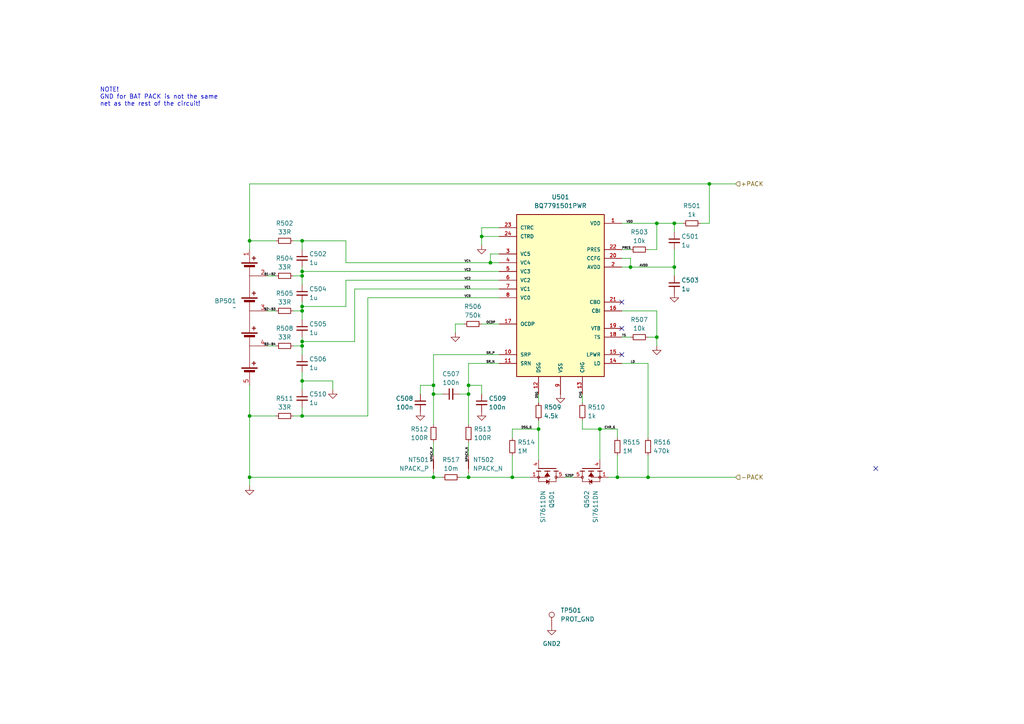
<source format=kicad_sch>
(kicad_sch (version 20231120) (generator "eeschema") (generator_version "8.0")
  (paper "A4")
  (title_block (title "Battery Pack Board") (date "2024-09-21") (rev "1.0") (company "WM"))
  (lib_symbols
    (symbol "BQ7791501PWR:BQ7791501PWR" (pin_names (offset 1.016))
      (property "Reference" "U" (at -12.7 31.48 0))
      (property "Value" "BQ7791501PWR" (at 13.716 -18.542 0))
      (symbol "BQ7791501PWR_0_0"
        (rectangle (start -12.7 30.48) (end 12.7 -16.51) (stroke (width 0.254)) (fill (type background)))
        (pin power_in line (at 17.78 27.94 180) (length 5.08) (name "VDD") (number "1"))
        (pin input line (at -17.78 -10.16 0) (length 5.08) (name "SRP") (number "10"))
        (pin input line (at -17.78 -12.7 0) (length 5.08) (name "SRN") (number "11"))
        (pin output line (at -6.35 -21.59 90) (length 5.08) (name "DSG") (number "12"))
        (pin output line (at 6.35 -21.59 90) (length 5.08) (name "CHG") (number "13"))
        (pin input line (at 17.78 -12.7 180) (length 5.08) (name "LD") (number "14"))
        (pin output line (at 17.78 -10.16 180) (length 5.08) (name "LPWR") (number "15"))
        (pin input line (at 17.78 2.54 180) (length 5.08) (name "CBI") (number "16"))
        (pin input line (at -17.78 -1.27 0) (length 5.08) (name "OCDP") (number "17"))
        (pin input line (at 17.78 -5.08 180) (length 5.08) (name "TS") (number "18"))
        (pin output line (at 17.78 -2.54 180) (length 5.08) (name "VTB") (number "19"))
        (pin output line (at 17.78 15.24 180) (length 5.08) (name "AVDD") (number "2"))
        (pin input line (at 17.78 17.78 180) (length 5.08) (name "CCFG") (number "20"))
        (pin output line (at 17.78 5.08 180) (length 5.08) (name "CBO") (number "21"))
        (pin input line (at 17.78 20.32 180) (length 5.08) (name "PRES") (number "22"))
        (pin input line (at -17.78 26.67 0) (length 5.08) (name "CTRC") (number "23"))
        (pin input line (at -17.78 24.13 0) (length 5.08) (name "CTRD") (number "24"))
        (pin input line (at -17.78 19.05 0) (length 5.08) (name "VC5") (number "3"))
        (pin input line (at -17.78 16.51 0) (length 5.08) (name "VC4") (number "4"))
        (pin input line (at -17.78 13.97 0) (length 5.08) (name "VC3") (number "5"))
        (pin input line (at -17.78 11.43 0) (length 5.08) (name "VC2") (number "6"))
        (pin input line (at -17.78 8.89 0) (length 5.08) (name "VC1") (number "7"))
        (pin input line (at -17.78 6.35 0) (length 5.08) (name "VC0") (number "8"))
        (pin power_in line (at 0 -21.59 90) (length 5.08) (name "VSS") (number "9"))
      )
    )
    (symbol "BatPack_4S:BatPack_4S"
      (property "Reference" "BP" (at 6.35 3.556 0))
      (symbol "BatPack_4S_0_1"
        (rectangle (start -2.3121 -24.0819) (end 2.2599 -24.3359) (fill (type outline)))
        (rectangle (start -2.3121 -13.9219) (end 2.2599 -14.1759) (fill (type outline)))
        (rectangle (start -2.3121 -3.7619) (end 2.2599 -4.0159) (fill (type outline)))
        (rectangle (start -2.3121 6.3981) (end 2.2599 6.1441) (fill (type outline)))
        (rectangle (start -1.5501 -24.8439) (end 1.4979 -25.3519) (fill (type outline)))
        (rectangle (start -1.5501 -14.6839) (end 1.4979 -15.1919) (fill (type outline)))
        (rectangle (start -1.5501 -4.5239) (end 1.4979 -5.0319) (fill (type outline)))
        (rectangle (start -1.5501 5.6361) (end 1.4979 5.1281) (fill (type outline)))
        (polyline (pts (xy 0 -25.4) (xy 0 -26.67)))
        (polyline (pts (xy 0 5.08) (xy 0 5.08)))
        (polyline (pts (xy 0 7.62) (xy 0 6.35)))
        (polyline (pts (xy 0.7359 -22.8119) (xy 1.7519 -22.8119)) (stroke (width 0.254)))
        (polyline (pts (xy 0.7359 -12.6519) (xy 1.7519 -12.6519)) (stroke (width 0.254)))
        (polyline (pts (xy 0.7359 -2.4919) (xy 1.7519 -2.4919)) (stroke (width 0.254)))
        (polyline (pts (xy 0.7359 7.6681) (xy 1.7519 7.6681)) (stroke (width 0.254)))
        (polyline (pts (xy 1.2439 -22.3039) (xy 1.2439 -23.3199)) (stroke (width 0.254)))
        (polyline (pts (xy 1.2439 -12.1439) (xy 1.2439 -13.1599)) (stroke (width 0.254)))
        (polyline (pts (xy 1.2439 -1.9839) (xy 1.2439 -2.9999)) (stroke (width 0.254)))
        (polyline (pts (xy 1.2439 8.1761) (xy 1.2439 7.1601)) (stroke (width 0.254)))
        (polyline (pts (xy 0 -15.24) (xy 0 -24.13) (xy 0 -17.78) (xy 2.54 -17.78)))
        (polyline (pts (xy 0 -5.08) (xy 0 -13.97) (xy 0 -7.62) (xy 2.54 -7.62)))
        (polyline (pts (xy 0 5.08) (xy 0 -3.81) (xy 0 2.54) (xy 2.54 2.54)))
      )
      (symbol "BatPack_4S_1_1"
        (pin input line (at 0 10.16 270) (length 2.54) (name "") (number "1"))
        (pin input line (at 5.08 2.54 180) (length 2.54) (name "") (number "2"))
        (pin input line (at 5.08 -7.62 180) (length 2.54) (name "") (number "3"))
        (pin input line (at 5.08 -17.78 180) (length 2.54) (name "") (number "4"))
        (pin input line (at 0 -29.21 90) (length 2.54) (name "") (number "5"))
      )
    )
    (symbol "Connector:TestPoint" (pin_numbers hide) (pin_names (offset 0.762) hide)
      (property "Reference" "TP" (at 0 6.858 0))
      (property "Value" "TestPoint" (at 0 5.08 0))
      (symbol "TestPoint_0_1"
        (circle (center 0 3.302) (radius 0.762))
      )
      (symbol "TestPoint_1_1"
        (pin passive line (at 0 0 90) (length 2.54) (name "1") (number "1"))
      )
    )
    (symbol "Device:C_Small" (pin_numbers hide) (pin_names (offset 0.254) hide)
      (property "Reference" "C" (at 0.254 1.778 0))
      (property "Value" "C_Small" (at 0.254 -2.032 0))
      (symbol "C_Small_0_1"
        (polyline (pts (xy -1.524 -0.508) (xy 1.524 -0.508)) (stroke (width 0.3302)))
        (polyline (pts (xy -1.524 0.508) (xy 1.524 0.508)) (stroke (width 0.3048)))
      )
      (symbol "C_Small_1_1"
        (pin passive line (at 0 2.54 270) (length 2.032) (name "~") (number "1"))
        (pin passive line (at 0 -2.54 90) (length 2.032) (name "~") (number "2"))
      )
    )
    (symbol "Device:NetTie_2" (pin_numbers hide) (pin_names (offset 0) hide) (in_bom no)
      (property "Reference" "NT" (at 0 1.27 0))
      (property "Value" "NetTie_2" (at 0 -1.27 0))
      (symbol "NetTie_2_0_1"
        (polyline (pts (xy -1.27 0) (xy 1.27 0)) (stroke (width 0.254)))
      )
      (symbol "NetTie_2_1_1"
        (pin passive line (at -2.54 0 0) (length 2.54) (name "1") (number "1"))
        (pin passive line (at 2.54 0 180) (length 2.54) (name "2") (number "2"))
      )
    )
    (symbol "Device:R_Small" (pin_numbers hide) (pin_names (offset 0.254) hide)
      (property "Reference" "R" (at 0.762 0.508 0))
      (property "Value" "R_Small" (at 0.762 -1.016 0))
      (symbol "R_Small_0_1"
        (rectangle (start -0.762 1.778) (end 0.762 -1.778) (stroke (width 0.2032)))
      )
      (symbol "R_Small_1_1"
        (pin passive line (at 0 2.54 270) (length 0.762) (name "~") (number "1"))
        (pin passive line (at 0 -2.54 90) (length 0.762) (name "~") (number "2"))
      )
    )
    (symbol "SIS412DN-T1-GE3:SI7611DN-T1-GE3" (pin_names (offset 1.016))
      (property "Reference" "Q" (at -1.778 5.588 0))
      (property "Value" "SIS412DN-T1-GE3" (at -8.128 -9.652 0))
      (symbol "SI7611DN-T1-GE3_0_0"
        (polyline (pts (xy 0 -2.54) (xy 0 2.54)) (stroke (width 0.254)))
        (polyline (pts (xy 0.762 -3.175) (xy 0.762 -2.54)) (stroke (width 0.254)))
        (polyline (pts (xy 0.762 -2.54) (xy 0.762 -1.905)) (stroke (width 0.254)))
        (polyline (pts (xy 0.762 -2.54) (xy 3.81 -2.54)) (stroke (width 0.1524)))
        (polyline (pts (xy 0.762 -0.762) (xy 0.762 0)) (stroke (width 0.254)))
        (polyline (pts (xy 0.762 0) (xy 0.762 0.762)) (stroke (width 0.254)))
        (polyline (pts (xy 0.762 0) (xy 2.54 0)) (stroke (width 0.1524)))
        (polyline (pts (xy 0.762 1.905) (xy 0.762 2.54)) (stroke (width 0.254)))
        (polyline (pts (xy 0.762 2.54) (xy 0.762 3.175)) (stroke (width 0.254)))
        (polyline (pts (xy 2.54 0) (xy 2.54 2.54)) (stroke (width 0.1524)))
        (polyline (pts (xy 2.54 2.54) (xy 0.762 2.54)) (stroke (width 0.1524)))
        (polyline (pts (xy 2.54 2.54) (xy 3.81 2.54)) (stroke (width 0.1524)))
        (polyline (pts (xy 3.048 -0.762) (xy 3.302 -0.508)) (stroke (width 0.1524)))
        (polyline (pts (xy 3.302 -0.508) (xy 3.81 -0.508)) (stroke (width 0.1524)))
        (polyline (pts (xy 3.81 -2.54) (xy 3.81 0.508)) (stroke (width 0.1524)))
        (polyline (pts (xy 3.81 -0.508) (xy 4.318 -0.508)) (stroke (width 0.1524)))
        (polyline (pts (xy 3.81 0.508) (xy 3.81 2.54)) (stroke (width 0.1524)))
        (polyline (pts (xy 4.318 -0.508) (xy 4.572 -0.254)) (stroke (width 0.1524)))
        (polyline (pts (xy 1.27 0) (xy 2.286 0.762) (xy 2.286 -0.762) (xy 1.27 0)) (stroke (width 0.1524)) (fill (type outline)))
        (polyline (pts (xy 3.81 -0.508) (xy 4.318 0.254) (xy 3.302 0.254) (xy 3.81 -0.508)) (stroke (width 0.1524)) (fill (type outline)))
        (circle (center 2.54 -2.54) (radius 0.3592))
        (circle (center 2.54 2.54) (radius 0.3592))
        (pin passive line (at 2.54 5.08 270) (length 2.54) (name "~") (number "1"))
        (pin passive line (at -2.54 2.54 0) (length 2.54) (name "~") (number "4"))
        (pin passive line (at 2.54 -5.08 90) (length 2.54) (name "~") (number "5"))
      )
      (symbol "SI7611DN-T1-GE3_1_0"
        (pin passive line (at 2.54 5.08 270) (length 2.54) hide (name "~") (number "2"))
        (pin passive line (at 2.54 5.08 270) (length 2.54) hide (name "~") (number "3"))
        (pin passive line (at 2.54 -5.08 90) (length 2.54) hide (name "~") (number "6"))
        (pin passive line (at 2.54 -5.08 90) (length 2.54) hide (name "~") (number "7"))
        (pin passive line (at 2.54 -5.08 90) (length 2.54) hide (name "~") (number "8"))
        (pin passive line (at 2.54 -5.08 90) (length 2.54) hide (name "~") (number "9"))
      )
    )
    (symbol "power:GND2" (power) (pin_numbers hide) (pin_names (offset 0) hide)
      (property "Value" "GND2" (at 0 -3.81 0))
      (symbol "GND2_0_1"
        (polyline (pts (xy 0 0) (xy 0 -1.27) (xy 1.27 -1.27) (xy 0 -2.54) (xy -1.27 -1.27) (xy 0 -1.27)))
      )
      (symbol "GND2_1_1"
        (pin power_in line (at 0 0 270) (length 0) (name "~") (number "1"))
      )
    )
  )
  (junction (at 87.63 78.74))
  (junction (at 125.73 138.43))
  (junction (at 87.63 80.01))
  (junction (at 125.73 114.3))
  (junction (at 187.96 138.43))
  (junction (at 205.74 53.34))
  (junction (at 72.39 138.43))
  (junction (at 87.63 110.49))
  (junction (at 87.63 88.9))
  (junction (at 195.58 64.77))
  (junction (at 135.89 138.43))
  (junction (at 125.73 111.76))
  (junction (at 87.63 90.17))
  (junction (at 87.63 100.33))
  (junction (at 72.39 120.65))
  (junction (at 173.99 124.46))
  (junction (at 156.21 124.46))
  (junction (at 87.63 99.06))
  (junction (at 87.63 69.85))
  (junction (at 195.58 77.47))
  (junction (at 139.7 68.58))
  (junction (at 135.89 111.76))
  (junction (at 182.88 77.47))
  (junction (at 190.5 97.79))
  (junction (at 72.39 69.85))
  (junction (at 135.89 114.3))
  (junction (at 179.07 138.43))
  (junction (at 87.63 120.65))
  (junction (at 190.5 64.77))
  (junction (at 148.59 138.43))
  (junction (at 142.24 76.2))
  (no_connect (at 180.34 95.25))
  (no_connect (at 412.75 105.41))
  (no_connect (at 254 135.89))
  (no_connect (at 180.34 102.87))
  (no_connect (at 180.34 87.63))
  (wire (pts (xy 179.07 138.43) (xy 187.96 138.43)))
  (wire (pts (xy 100.33 81.28) (xy 100.33 88.9)))
  (wire (pts (xy 190.5 64.77) (xy 195.58 64.77)))
  (wire (pts (xy 80.01 69.85) (xy 72.39 69.85)))
  (wire (pts (xy 125.73 114.3) (xy 125.73 123.19)))
  (wire (pts (xy 180.34 105.41) (xy 187.96 105.41)))
  (wire (pts (xy 187.96 97.79) (xy 190.5 97.79)))
  (wire (pts (xy 205.74 64.77) (xy 203.2 64.77)))
  (wire (pts (xy 144.78 83.82) (xy 102.87 83.82)))
  (wire (pts (xy 163.83 138.43) (xy 166.37 138.43)))
  (wire (pts (xy 148.59 124.46) (xy 156.21 124.46)))
  (wire (pts (xy 135.89 138.43) (xy 148.59 138.43)))
  (wire (pts (xy 72.39 111.76) (xy 72.39 120.65)))
  (wire (pts (xy 96.52 113.03) (xy 96.52 110.49)))
  (wire (pts (xy 72.39 53.34) (xy 72.39 69.85)))
  (wire (pts (xy 106.68 120.65) (xy 87.63 120.65)))
  (wire (pts (xy 142.24 76.2) (xy 144.78 76.2)))
  (wire (pts (xy 87.63 69.85) (xy 87.63 72.39)))
  (wire (pts (xy 168.91 124.46) (xy 173.99 124.46)))
  (wire (pts (xy 205.74 53.34) (xy 213.36 53.34)))
  (wire (pts (xy 179.07 132.08) (xy 179.07 138.43)))
  (wire (pts (xy 168.91 124.46) (xy 168.91 121.92)))
  (wire (pts (xy 87.63 78.74) (xy 144.78 78.74)))
  (wire (pts (xy 139.7 68.58) (xy 144.78 68.58)))
  (wire (pts (xy 87.63 107.95) (xy 87.63 110.49)))
  (wire (pts (xy 125.73 111.76) (xy 125.73 114.3)))
  (wire (pts (xy 180.34 90.17) (xy 190.5 90.17)))
  (wire (pts (xy 148.59 138.43) (xy 153.67 138.43)))
  (wire (pts (xy 180.34 74.93) (xy 182.88 74.93)))
  (wire (pts (xy 133.35 114.3) (xy 135.89 114.3)))
  (wire (pts (xy 72.39 120.65) (xy 72.39 138.43)))
  (wire (pts (xy 100.33 69.85) (xy 87.63 69.85)))
  (wire (pts (xy 180.34 77.47) (xy 182.88 77.47)))
  (wire (pts (xy 135.89 137.16) (xy 135.89 138.43)))
  (wire (pts (xy 148.59 127) (xy 148.59 124.46)))
  (wire (pts (xy 135.89 111.76) (xy 139.7 111.76)))
  (wire (pts (xy 125.73 128.27) (xy 125.73 132.08)))
  (wire (pts (xy 132.08 96.52) (xy 132.08 93.98)))
  (wire (pts (xy 72.39 69.85) (xy 72.39 72.39)))
  (wire (pts (xy 195.58 64.77) (xy 198.12 64.77)))
  (wire (pts (xy 72.39 120.65) (xy 80.01 120.65)))
  (wire (pts (xy 148.59 132.08) (xy 148.59 138.43)))
  (wire (pts (xy 85.09 90.17) (xy 87.63 90.17)))
  (wire (pts (xy 121.92 114.3) (xy 121.92 111.76)))
  (wire (pts (xy 77.47 80.01) (xy 80.01 80.01)))
  (wire (pts (xy 179.07 127) (xy 179.07 124.46)))
  (wire (pts (xy 72.39 138.43) (xy 125.73 138.43)))
  (wire (pts (xy 135.89 128.27) (xy 135.89 132.08)))
  (wire (pts (xy 156.21 121.92) (xy 156.21 124.46)))
  (wire (pts (xy 195.58 80.01) (xy 195.58 77.47)))
  (wire (pts (xy 180.34 97.79) (xy 182.88 97.79)))
  (wire (pts (xy 87.63 78.74) (xy 87.63 80.01)))
  (wire (pts (xy 125.73 102.87) (xy 125.73 111.76)))
  (wire (pts (xy 135.89 111.76) (xy 135.89 114.3)))
  (wire (pts (xy 87.63 97.79) (xy 87.63 99.06)))
  (wire (pts (xy 187.96 138.43) (xy 213.36 138.43)))
  (wire (pts (xy 87.63 110.49) (xy 87.63 113.03)))
  (wire (pts (xy 132.08 93.98) (xy 134.62 93.98)))
  (wire (pts (xy 156.21 114.3) (xy 156.21 116.84)))
  (wire (pts (xy 72.39 138.43) (xy 72.39 140.97)))
  (wire (pts (xy 180.34 64.77) (xy 190.5 64.77)))
  (wire (pts (xy 144.78 105.41) (xy 135.89 105.41)))
  (wire (pts (xy 187.96 72.39) (xy 190.5 72.39)))
  (wire (pts (xy 87.63 99.06) (xy 102.87 99.06)))
  (wire (pts (xy 102.87 83.82) (xy 102.87 99.06)))
  (wire (pts (xy 190.5 64.77) (xy 190.5 72.39)))
  (wire (pts (xy 87.63 118.11) (xy 87.63 120.65)))
  (wire (pts (xy 142.24 73.66) (xy 142.24 76.2)))
  (wire (pts (xy 173.99 124.46) (xy 179.07 124.46)))
  (wire (pts (xy 173.99 124.46) (xy 173.99 133.35)))
  (wire (pts (xy 87.63 90.17) (xy 87.63 92.71)))
  (wire (pts (xy 87.63 110.49) (xy 96.52 110.49)))
  (wire (pts (xy 144.78 102.87) (xy 125.73 102.87)))
  (wire (pts (xy 121.92 111.76) (xy 125.73 111.76)))
  (wire (pts (xy 125.73 114.3) (xy 128.27 114.3)))
  (wire (pts (xy 87.63 88.9) (xy 100.33 88.9)))
  (wire (pts (xy 182.88 74.93) (xy 182.88 77.47)))
  (wire (pts (xy 139.7 66.04) (xy 139.7 68.58)))
  (wire (pts (xy 100.33 76.2) (xy 100.33 69.85)))
  (wire (pts (xy 190.5 90.17) (xy 190.5 97.79)))
  (wire (pts (xy 139.7 68.58) (xy 139.7 71.12)))
  (wire (pts (xy 205.74 53.34) (xy 205.74 64.77)))
  (wire (pts (xy 176.53 138.43) (xy 179.07 138.43)))
  (wire (pts (xy 72.39 53.34) (xy 205.74 53.34)))
  (wire (pts (xy 139.7 114.3) (xy 139.7 111.76)))
  (wire (pts (xy 85.09 100.33) (xy 87.63 100.33)))
  (wire (pts (xy 168.91 116.84) (xy 168.91 114.3)))
  (wire (pts (xy 125.73 137.16) (xy 125.73 138.43)))
  (wire (pts (xy 144.78 81.28) (xy 100.33 81.28)))
  (wire (pts (xy 187.96 132.08) (xy 187.96 138.43)))
  (wire (pts (xy 190.5 97.79) (xy 190.5 100.33)))
  (wire (pts (xy 135.89 138.43) (xy 133.35 138.43)))
  (wire (pts (xy 85.09 80.01) (xy 87.63 80.01)))
  (wire (pts (xy 144.78 66.04) (xy 139.7 66.04)))
  (wire (pts (xy 87.63 87.63) (xy 87.63 88.9)))
  (wire (pts (xy 77.47 90.17) (xy 80.01 90.17)))
  (wire (pts (xy 195.58 64.77) (xy 195.58 67.31)))
  (wire (pts (xy 85.09 69.85) (xy 87.63 69.85)))
  (wire (pts (xy 139.7 93.98) (xy 144.78 93.98)))
  (wire (pts (xy 142.24 76.2) (xy 100.33 76.2)))
  (wire (pts (xy 125.73 138.43) (xy 128.27 138.43)))
  (wire (pts (xy 195.58 77.47) (xy 182.88 77.47)))
  (wire (pts (xy 87.63 77.47) (xy 87.63 78.74)))
  (wire (pts (xy 195.58 72.39) (xy 195.58 77.47)))
  (wire (pts (xy 77.47 100.33) (xy 80.01 100.33)))
  (wire (pts (xy 156.21 133.35) (xy 156.21 124.46)))
  (wire (pts (xy 106.68 86.36) (xy 106.68 120.65)))
  (wire (pts (xy 135.89 114.3) (xy 135.89 123.19)))
  (wire (pts (xy 87.63 88.9) (xy 87.63 90.17)))
  (wire (pts (xy 135.89 105.41) (xy 135.89 111.76)))
  (wire (pts (xy 144.78 86.36) (xy 106.68 86.36)))
  (wire (pts (xy 87.63 100.33) (xy 87.63 102.87)))
  (wire (pts (xy 180.34 72.39) (xy 182.88 72.39)))
  (wire (pts (xy 87.63 120.65) (xy 85.09 120.65)))
  (wire (pts (xy 187.96 105.41) (xy 187.96 127)))
  (wire (pts (xy 144.78 73.66) (xy 142.24 73.66)))
  (wire (pts (xy 87.63 80.01) (xy 87.63 82.55)))
  (wire (pts (xy 87.63 99.06) (xy 87.63 100.33)))
  (text "NOTE!\nGND for BAT PACK is not the same \nnet as the rest of the circuit!" (at 28.956 28.194 0) (effects (font (size 1.27 1.27)) (justify left)))
  (label "S2SP" (at 163.83 138.43 0) (effects (font (size 0.635 0.635))))
  (label "VC4" (at 134.62 76.2 0) (effects (font (size 0.635 0.635))))
  (label "DSG" (at 156.21 115.57 90) (effects (font (size 0.635 0.635))))
  (label "B3-B4" (at 80.01 100.33 180) (effects (font (size 0.635 0.635))))
  (label "CHR_G" (at 175.26 124.46 0) (effects (font (size 0.635 0.635))))
  (label "SR_P" (at 140.97 102.87 0) (effects (font (size 0.635 0.635))))
  (label "B2-B3" (at 80.01 90.17 180) (effects (font (size 0.635 0.635))))
  (label "B1-B2" (at 80.01 80.01 180) (effects (font (size 0.635 0.635))))
  (label "VC0" (at 134.62 86.36 0) (effects (font (size 0.635 0.635))))
  (label "DSG_G" (at 151.13 124.46 0) (effects (font (size 0.635 0.635))))
  (label "SR_N" (at 140.97 105.41 0) (effects (font (size 0.635 0.635))))
  (label "LD" (at 182.88 105.41 0) (effects (font (size 0.635 0.635))))
  (label "VC3" (at 134.62 78.74 0) (effects (font (size 0.635 0.635))))
  (label "PRES" (at 180.34 72.39 0) (effects (font (size 0.635 0.635))))
  (label "TS" (at 180.34 97.79 0) (effects (font (size 0.635 0.635))))
  (label "OCDP" (at 140.97 93.98 0) (effects (font (size 0.635 0.635))))
  (label "VDD" (at 181.61 64.77 0) (effects (font (size 0.635 0.635))))
  (label "NPACK_P" (at 125.73 129.54 270) (effects (font (size 0.635 0.635))))
  (label "AVDD" (at 185.42 77.47 0) (effects (font (size 0.635 0.635))))
  (label "CHG" (at 168.91 115.57 90) (effects (font (size 0.635 0.635))))
  (label "VC1" (at 134.62 83.82 0) (effects (font (size 0.635 0.635))))
  (label "VC2" (at 134.62 81.28 0) (effects (font (size 0.635 0.635))))
  (label "NPACK_N" (at 135.89 129.54 270) (effects (font (size 0.635 0.635))))
  (hierarchical_label "+PACK" (shape input) (at 213.36 53.34 0))
  (hierarchical_label "-PACK" (shape input) (at 213.36 138.43 0))
  (symbol (lib_id "Device:C_Small") (at 87.63 95.25 0) (unit 1)
    (property "Reference" "C505" (at 89.662 93.98 0) (effects (justify left)))
    (property "Value" "1u" (at 89.662 96.52 0) (effects (justify left)))
    (property "Footprint" "Capacitor_SMD:C_0402_1005Metric" (effects (hide yes)))
    (property "Description" "Unpolarized capacitor, small symbol" (effects (hide yes)))
  )
  (symbol (lib_id "Device:R_Small") (at 125.73 125.73 0) (unit 1)
    (property "Reference" "R512" (at 124.206 124.46 0) (effects (justify right)))
    (property "Value" "100R" (at 124.206 127 0) (effects (justify right)))
    (property "Footprint" "Resistor_SMD:R_0402_1005Metric" (effects (hide yes)))
    (property "Description" "Resistor, small symbol" (effects (hide yes)))
  )
  (symbol (lib_id "BQ7791501PWR:BQ7791501PWR") (at 162.56 92.71 0) (unit 1)
    (property "Reference" "U501" (at 162.56 57.15 0))
    (property "Value" "BQ7791501PWR" (at 162.56 59.69 0))
    (property "Footprint" "BQ7791501PWR:SOP65P640X120-24N_BQ7791501PWR" (effects (hide yes)))
    (property "Datasheet" "https://www.ti.com/lit/ds/symlink/bq77915.pdf?ts=1724182182635&ref_url=https%253A%252F%252Fwww.mouser.fr%252F" (effects (hide yes)))
    (property "MF" "Texas Instruments" (effects (hide yes)))
    (property "MAXIMUM_PACKAGE_HEIGHT" "1.2 mm" (effects (hide yes)))
    (property "Package" "TSSOP-24 Texas Instruments" (effects (hide yes)))
    (property "Price" "None" (effects (hide yes)))
    (property "Check_prices" "https://www.snapeda.com/parts/BQ7791501PWR/Texas+Instruments/view-part/?ref=eda" (effects (hide yes)))
    (property "STANDARD" "IPC 7351B" (effects (hide yes)))
    (property "PARTREV" "H" (effects (hide yes)))
    (property "SnapEDA_Link" "https://www.snapeda.com/parts/BQ7791501PWR/Texas+Instruments/view-part/?ref=snap" (effects (hide yes)))
    (property "MP" "BQ7791501PWR" (effects (hide yes)))
    (property "Purchase-URL" "https://www.snapeda.com/api/url_track_click_mouser/?unipart_id=4814253&manufacturer=Texas Instruments&part_name=BQ7791501PWR&search_term=None" (effects (hide yes)))
    (property "Description_1" "\n3-series to 5-series stackable ultra-low-power primary protector with autonomous cell balancing\n" (effects (hide yes)))
    (property "Availability" "In Stock" (effects (hide yes)))
    (property "MANUFACTURER" "Texas Instruments" (effects (hide yes)))
    (property "Mouser" "https://www.mouser.pl/ProductDetail/Texas-Instruments/BQ7791501PWR?qs=B6kkDfuK7%2FBYqAWOM%2FFUaQ%3D%3D" (effects (hide yes)))
  )
  (symbol (lib_id "power:GND2") (at 160.02 181.61 0) (unit 1)
    (property "Reference" "#PWR0510" (effects (hide yes)))
    (property "Value" "GND2" (at 160.02 186.69 0))
    (property "Description" "Power symbol creates a global label with name \"GND2\" , ground" (effects (hide yes)))
  )
  (symbol (lib_id "power:GND2") (at 195.58 85.09 0) (unit 1)
    (property "Reference" "#PWR0502" (effects (hide yes)))
    (property "Value" "GND2" (effects (hide yes)))
    (property "Description" "Power symbol creates a global label with name \"GND2\" , ground" (effects (hide yes)))
  )
  (symbol (lib_id "Device:R_Small") (at 185.42 72.39 90) (unit 1)
    (property "Reference" "R503" (at 185.42 67.31 90))
    (property "Value" "10k" (at 185.42 69.85 90))
    (property "Footprint" "Resistor_SMD:R_0402_1005Metric" (effects (hide yes)))
    (property "Description" "Resistor, small symbol" (effects (hide yes)))
  )
  (symbol (lib_id "Device:R_Small") (at 82.55 100.33 90) (unit 1)
    (property "Reference" "R508" (at 82.55 95.25 90))
    (property "Value" "33R" (at 82.55 97.79 90))
    (property "Footprint" "Resistor_SMD:R_0402_1005Metric" (effects (hide yes)))
    (property "Description" "Resistor, small symbol" (effects (hide yes)))
  )
  (symbol (lib_id "Device:C_Small") (at 195.58 69.85 0) (unit 1)
    (property "Reference" "C501" (at 197.612 68.58 0) (effects (justify left)))
    (property "Value" "1u" (at 197.612 71.12 0) (effects (justify left)))
    (property "Footprint" "Capacitor_SMD:C_0402_1005Metric" (effects (hide yes)))
    (property "Description" "Unpolarized capacitor, small symbol" (effects (hide yes)))
  )
  (symbol (lib_id "power:GND2") (at 132.08 96.52 0) (unit 1)
    (property "Reference" "#PWR0503" (effects (hide yes)))
    (property "Value" "GND2" (effects (hide yes)))
    (property "Description" "Power symbol creates a global label with name \"GND2\" , ground" (effects (hide yes)))
  )
  (symbol (lib_id "Device:R_Small") (at 200.66 64.77 90) (unit 1)
    (property "Reference" "R501" (at 200.66 59.69 90))
    (property "Value" "1k" (at 200.66 62.23 90))
    (property "Footprint" "Resistor_SMD:R_0402_1005Metric" (effects (hide yes)))
    (property "Description" "Resistor, small symbol" (effects (hide yes)))
  )
  (symbol (lib_id "power:GND2") (at 72.39 140.97 0) (unit 1)
    (property "Reference" "#PWR0509" (effects (hide yes)))
    (property "Value" "GND2" (effects (hide yes)))
    (property "Description" "Power symbol creates a global label with name \"GND2\" , ground" (effects (hide yes)))
  )
  (symbol (lib_id "Device:R_Small") (at 179.07 129.54 0) (mirror y) (unit 1)
    (property "Reference" "R515" (at 180.594 128.27 0) (effects (justify right)))
    (property "Value" "1M" (at 180.594 130.81 0) (effects (justify right)))
    (property "Footprint" "Resistor_SMD:R_0402_1005Metric" (effects (hide yes)))
    (property "Description" "Resistor, small symbol" (effects (hide yes)))
  )
  (symbol (lib_id "Device:R_Small") (at 135.89 125.73 0) (mirror y) (unit 1)
    (property "Reference" "R513" (at 137.414 124.46 0) (effects (justify right)))
    (property "Value" "100R" (at 137.414 127 0) (effects (justify right)))
    (property "Footprint" "Resistor_SMD:R_0402_1005Metric" (effects (hide yes)))
    (property "Description" "Resistor, small symbol" (effects (hide yes)))
  )
  (symbol (lib_id "power:GND2") (at 139.7 119.38 0) (unit 1)
    (property "Reference" "#PWR0508" (effects (hide yes)))
    (property "Value" "GND2" (effects (hide yes)))
    (property "Description" "Power symbol creates a global label with name \"GND2\" , ground" (effects (hide yes)))
  )
  (symbol (lib_id "Device:C_Small") (at 87.63 115.57 0) (unit 1)
    (property "Reference" "C510" (at 89.662 114.3 0) (effects (justify left)))
    (property "Value" "1u" (at 89.662 116.84 0) (effects (justify left)))
    (property "Footprint" "Capacitor_SMD:C_0402_1005Metric" (effects (hide yes)))
    (property "Description" "Unpolarized capacitor, small symbol" (effects (hide yes)))
  )
  (symbol (lib_id "Device:R_Small") (at 82.55 69.85 90) (unit 1)
    (property "Reference" "R502" (at 82.55 64.77 90))
    (property "Value" "33R" (at 82.55 67.31 90))
    (property "Footprint" "Resistor_SMD:R_0402_1005Metric" (effects (hide yes)))
    (property "Description" "Resistor, small symbol" (effects (hide yes)))
  )
  (symbol (lib_id "BatPack_4S:BatPack_4S") (at 72.39 82.55 0) (unit 1)
    (property "Reference" "BP501" (at 68.58 87.2883 0) (effects (justify right)))
    (property "Value" "~" (at 68.58 89.1934 0) (effects (justify right)))
    (property "Footprint" "BatPack_4S:BatPack_4S" (effects (hide yes)))
  )
  (symbol (lib_id "Device:C_Small") (at 121.92 116.84 0) (mirror y) (unit 1)
    (property "Reference" "C508" (at 119.888 115.57 0) (effects (justify left)))
    (property "Value" "100n" (at 119.888 118.11 0) (effects (justify left)))
    (property "Footprint" "Capacitor_SMD:C_0402_1005Metric" (effects (hide yes)))
    (property "Description" "Unpolarized capacitor, small symbol" (effects (hide yes)))
  )
  (symbol (lib_id "Device:R_Small") (at 82.55 90.17 90) (unit 1)
    (property "Reference" "R505" (at 82.55 85.09 90))
    (property "Value" "33R" (at 82.55 87.63 90))
    (property "Footprint" "Resistor_SMD:R_0402_1005Metric" (effects (hide yes)))
    (property "Description" "Resistor, small symbol" (effects (hide yes)))
  )
  (symbol (lib_id "Device:NetTie_2") (at 135.89 134.62 90) (unit 1) (in_bom no)
    (property "Reference" "NT502" (at 137.16 133.3499 90) (effects (justify right)))
    (property "Value" "NPACK_N" (at 137.16 135.8899 90) (effects (justify right)))
    (property "Footprint" "NetTieMy:NetTie_2_0,2mm" (effects (hide yes)))
    (property "Description" "Net tie, 2 pins" (effects (hide yes)))
  )
  (symbol (lib_id "Device:R_Small") (at 82.55 80.01 90) (unit 1)
    (property "Reference" "R504" (at 82.55 74.93 90))
    (property "Value" "33R" (at 82.55 77.47 90))
    (property "Footprint" "Resistor_SMD:R_0402_1005Metric" (effects (hide yes)))
    (property "Description" "Resistor, small symbol" (effects (hide yes)))
  )
  (symbol (lib_id "power:GND2") (at 162.56 114.3 0) (unit 1)
    (property "Reference" "#PWR0505" (effects (hide yes)))
    (property "Value" "GND2" (effects (hide yes)))
    (property "Description" "Power symbol creates a global label with name \"GND2\" , ground" (effects (hide yes)))
  )
  (symbol (lib_id "Device:C_Small") (at 87.63 85.09 0) (unit 1)
    (property "Reference" "C504" (at 89.662 83.82 0) (effects (justify left)))
    (property "Value" "1u" (at 89.662 86.36 0) (effects (justify left)))
    (property "Footprint" "Capacitor_SMD:C_0402_1005Metric" (effects (hide yes)))
    (property "Description" "Unpolarized capacitor, small symbol" (effects (hide yes)))
  )
  (symbol (lib_id "Device:R_Small") (at 185.42 97.79 90) (unit 1)
    (property "Reference" "R507" (at 185.42 92.71 90))
    (property "Value" "10k" (at 185.42 95.25 90))
    (property "Footprint" "Resistor_SMD:R_0402_1005Metric" (effects (hide yes)))
    (property "Description" "Resistor, small symbol" (effects (hide yes)))
  )
  (symbol (lib_id "Device:NetTie_2") (at 125.73 134.62 270) (mirror x) (unit 1) (in_bom no)
    (property "Reference" "NT501" (at 124.46 133.3499 90) (effects (justify right)))
    (property "Value" "NPACK_P" (at 124.46 135.8899 90) (effects (justify right)))
    (property "Footprint" "NetTieMy:NetTie_2_0,2mm" (effects (hide yes)))
    (property "Description" "Net tie, 2 pins" (effects (hide yes)))
  )
  (symbol (lib_id "Device:C_Small") (at 87.63 74.93 0) (unit 1)
    (property "Reference" "C502" (at 89.662 73.66 0) (effects (justify left)))
    (property "Value" "1u" (at 89.662 76.2 0) (effects (justify left)))
    (property "Footprint" "Capacitor_SMD:C_0402_1005Metric" (effects (hide yes)))
    (property "Description" "Unpolarized capacitor, small symbol" (effects (hide yes)))
  )
  (symbol (lib_id "power:GND2") (at 190.5 100.33 0) (unit 1)
    (property "Reference" "#PWR0504" (effects (hide yes)))
    (property "Value" "GND2" (effects (hide yes)))
    (property "Description" "Power symbol creates a global label with name \"GND2\" , ground" (effects (hide yes)))
  )
  (symbol (lib_id "SIS412DN-T1-GE3:SI7611DN-T1-GE3") (at 171.45 135.89 270) (unit 1)
    (property "Reference" "Q502" (at 170.1799 142.24 0) (effects (justify left)))
    (property "Value" "SI7611DN" (at 172.7199 142.24 0) (effects (justify left)))
    (property "Footprint" "SIS412DN-T1-GE3:VISHAY_SIS468DN-T1-GE3_SIS412DN-T1-GE3" (effects (hide yes)))
    (property "Datasheet" "https://www.vishay.com/docs/69006/sis412dn_new.pdf" (effects (hide yes)))
    (property "MF" "Vishay" (effects (hide yes)))
    (property "Description_1" "\nMOSFET P-CH 40V 18A 1212-8 | Siliconix / Vishay SI7611DN-T1-GE3\n" (effects (hide yes)))
    (property "Package" "PowerPAK®-1212 Vishay" (effects (hide yes)))
    (property "Price" "None" (effects (hide yes)))
    (property "Check_prices" "https://www.snapeda.com/parts/SI7611DN-T1-GE3/Vishay+Siliconix/view-part/?ref=eda" (effects (hide yes)))
    (property "STANDARD" "Manufacturer recommendations" (effects (hide yes)))
    (property "PARTREV" "B" (effects (hide yes)))
    (property "SnapEDA_Link" "https://www.snapeda.com/parts/SI7611DN-T1-GE3/Vishay+Siliconix/view-part/?ref=snap" (effects (hide yes)))
    (property "MP" "SI7611DN-T1-GE3" (effects (hide yes)))
    (property "Purchase-URL" "https://www.snapeda.com/api/url_track_click_mouser/?unipart_id=245086&manufacturer=Vishay&part_name=SI7611DN-T1-GE3&search_term=None" (effects (hide yes)))
    (property "Availability" "In Stock" (effects (hide yes)))
    (property "MANUFACTURER" "VISHAY" (effects (hide yes)))
    (property "Mouser" "https://www.mouser.pl/ProductDetail/Vishay-Semiconductors/SIS412DN-T1-GE3?qs=cPOO8qjhL6NqDrBget0Fyg%3D%3D" (effects (hide yes)))
  )
  (symbol (lib_id "Device:C_Small") (at 139.7 116.84 0) (unit 1)
    (property "Reference" "C509" (at 141.732 115.57 0) (effects (justify left)))
    (property "Value" "100n" (at 141.732 118.11 0) (effects (justify left)))
    (property "Footprint" "Capacitor_SMD:C_0402_1005Metric" (effects (hide yes)))
    (property "Description" "Unpolarized capacitor, small symbol" (effects (hide yes)))
  )
  (symbol (lib_id "power:GND2") (at 96.52 113.03 0) (unit 1)
    (property "Reference" "#PWR0506" (effects (hide yes)))
    (property "Value" "GND2" (effects (hide yes)))
    (property "Description" "Power symbol creates a global label with name \"GND2\" , ground" (effects (hide yes)))
  )
  (symbol (lib_id "Device:C_Small") (at 87.63 105.41 0) (unit 1)
    (property "Reference" "C506" (at 89.662 104.14 0) (effects (justify left)))
    (property "Value" "1u" (at 89.662 106.68 0) (effects (justify left)))
    (property "Footprint" "Capacitor_SMD:C_0402_1005Metric" (effects (hide yes)))
    (property "Description" "Unpolarized capacitor, small symbol" (effects (hide yes)))
  )
  (symbol (lib_id "Device:C_Small") (at 130.81 114.3 90) (unit 1)
    (property "Reference" "C507" (at 130.81 108.458 90))
    (property "Value" "100n" (at 130.81 110.998 90))
    (property "Footprint" "Capacitor_SMD:C_0402_1005Metric" (effects (hide yes)))
    (property "Description" "Unpolarized capacitor, small symbol" (effects (hide yes)))
  )
  (symbol (lib_id "Connector:TestPoint") (at 160.02 181.61 0) (unit 1)
    (property "Reference" "TP501" (at 162.56 177.0379 0) (effects (justify left)))
    (property "Value" "PROT_GND" (at 162.56 179.5779 0) (effects (justify left)))
    (property "Footprint" "TestPoint:TestPoint_Pad_D2.0mm" (effects (hide yes)))
    (property "Description" "test point" (effects (hide yes)))
  )
  (symbol (lib_id "power:GND2") (at 139.7 71.12 0) (unit 1)
    (property "Reference" "#PWR0501" (effects (hide yes)))
    (property "Value" "GND2" (effects (hide yes)))
    (property "Description" "Power symbol creates a global label with name \"GND2\" , ground" (effects (hide yes)))
  )
  (symbol (lib_id "Device:R_Small") (at 82.55 120.65 90) (unit 1)
    (property "Reference" "R511" (at 82.55 115.57 90))
    (property "Value" "33R" (at 82.55 118.11 90))
    (property "Footprint" "Resistor_SMD:R_0402_1005Metric" (effects (hide yes)))
    (property "Description" "Resistor, small symbol" (effects (hide yes)))
  )
  (symbol (lib_id "Device:R_Small") (at 187.96 129.54 0) (mirror y) (unit 1)
    (property "Reference" "R516" (at 189.484 128.27 0) (effects (justify right)))
    (property "Value" "470k" (at 189.484 130.81 0) (effects (justify right)))
    (property "Footprint" "Resistor_SMD:R_0402_1005Metric" (effects (hide yes)))
    (property "Description" "Resistor, small symbol" (effects (hide yes)))
  )
  (symbol (lib_id "power:GND2") (at 121.92 119.38 0) (unit 1)
    (property "Reference" "#PWR0507" (effects (hide yes)))
    (property "Value" "GND2" (effects (hide yes)))
    (property "Description" "Power symbol creates a global label with name \"GND2\" , ground" (effects (hide yes)))
  )
  (symbol (lib_id "Device:C_Small") (at 195.58 82.55 0) (unit 1)
    (property "Reference" "C503" (at 197.612 81.28 0) (effects (justify left)))
    (property "Value" "1u" (at 197.612 83.82 0) (effects (justify left)))
    (property "Footprint" "Capacitor_SMD:C_0402_1005Metric" (effects (hide yes)))
    (property "Description" "Unpolarized capacitor, small symbol" (effects (hide yes)))
  )
  (symbol (lib_id "Device:R_Small") (at 156.21 119.38 0) (mirror y) (unit 1)
    (property "Reference" "R509" (at 157.734 118.11 0) (effects (justify right)))
    (property "Value" "4.5k" (at 157.734 120.65 0) (effects (justify right)))
    (property "Footprint" "Resistor_SMD:R_0402_1005Metric" (effects (hide yes)))
    (property "Description" "Resistor, small symbol" (effects (hide yes)))
  )
  (symbol (lib_id "Device:R_Small") (at 148.59 129.54 0) (mirror y) (unit 1)
    (property "Reference" "R514" (at 150.114 128.27 0) (effects (justify right)))
    (property "Value" "1M" (at 150.114 130.81 0) (effects (justify right)))
    (property "Footprint" "Resistor_SMD:R_0402_1005Metric" (effects (hide yes)))
    (property "Description" "Resistor, small symbol" (effects (hide yes)))
  )
  (symbol (lib_id "Device:R_Small") (at 137.16 93.98 90) (unit 1)
    (property "Reference" "R506" (at 137.16 88.9 90))
    (property "Value" "750k" (at 137.16 91.44 90))
    (property "Footprint" "Resistor_SMD:R_0402_1005Metric" (effects (hide yes)))
    (property "Description" "Resistor, small symbol" (effects (hide yes)))
  )
  (symbol (lib_id "Device:R_Small") (at 130.81 138.43 90) (unit 1)
    (property "Reference" "R517" (at 130.81 133.35 90))
    (property "Value" "10m" (at 130.81 135.89 90))
    (property "Footprint" "Resistor_SMD:R_0805_2012Metric" (effects (hide yes)))
    (property "Description" "Resistor, small symbol" (effects (hide yes)))
    (property "Mouser" "https://www.mouser.pl/ProductDetail/Bussmann-Eaton/MFL0805R0100FS?qs=sGAEpiMZZMtlleCFQhR%2FzX%2FMoTUoyF2ngo8Egw5i9TlVHQAaZWPqUA%3D%3D" (effects (hide yes)))
  )
  (symbol (lib_id "SIS412DN-T1-GE3:SI7611DN-T1-GE3") (at 158.75 135.89 90) (mirror x) (unit 1)
    (property "Reference" "Q501" (at 160.0201 142.24 0) (effects (justify left)))
    (property "Value" "SI7611DN" (at 157.4801 142.24 0) (effects (justify left)))
    (property "Footprint" "SIS412DN-T1-GE3:VISHAY_SIS468DN-T1-GE3_SIS412DN-T1-GE3" (effects (hide yes)))
    (property "Datasheet" "https://www.vishay.com/docs/69006/sis412dn_new.pdf" (effects (hide yes)))
    (property "MF" "Vishay" (effects (hide yes)))
    (property "Description_1" "\nMOSFET P-CH 40V 18A 1212-8 | Siliconix / Vishay SI7611DN-T1-GE3\n" (effects (hide yes)))
    (property "Package" "PowerPAK®-1212 Vishay" (effects (hide yes)))
    (property "Price" "None" (effects (hide yes)))
    (property "Check_prices" "https://www.snapeda.com/parts/SI7611DN-T1-GE3/Vishay+Siliconix/view-part/?ref=eda" (effects (hide yes)))
    (property "STANDARD" "Manufacturer recommendations" (effects (hide yes)))
    (property "PARTREV" "B" (effects (hide yes)))
    (property "SnapEDA_Link" "https://www.snapeda.com/parts/SI7611DN-T1-GE3/Vishay+Siliconix/view-part/?ref=snap" (effects (hide yes)))
    (property "MP" "SI7611DN-T1-GE3" (effects (hide yes)))
    (property "Purchase-URL" "https://www.snapeda.com/api/url_track_click_mouser/?unipart_id=245086&manufacturer=Vishay&part_name=SI7611DN-T1-GE3&search_term=None" (effects (hide yes)))
    (property "Availability" "In Stock" (effects (hide yes)))
    (property "MANUFACTURER" "VISHAY" (effects (hide yes)))
    (property "Mouser" "https://www.mouser.pl/ProductDetail/Vishay-Semiconductors/SIS412DN-T1-GE3?qs=cPOO8qjhL6NqDrBget0Fyg%3D%3D" (effects (hide yes)))
  )
  (symbol (lib_id "Device:R_Small") (at 168.91 119.38 0) (mirror y) (unit 1)
    (property "Reference" "R510" (at 170.434 118.11 0) (effects (justify right)))
    (property "Value" "1k" (at 170.434 120.65 0) (effects (justify right)))
    (property "Footprint" "Resistor_SMD:R_0402_1005Metric" (effects (hide yes)))
    (property "Description" "Resistor, small symbol" (effects (hide yes)))
  )
)
</source>
